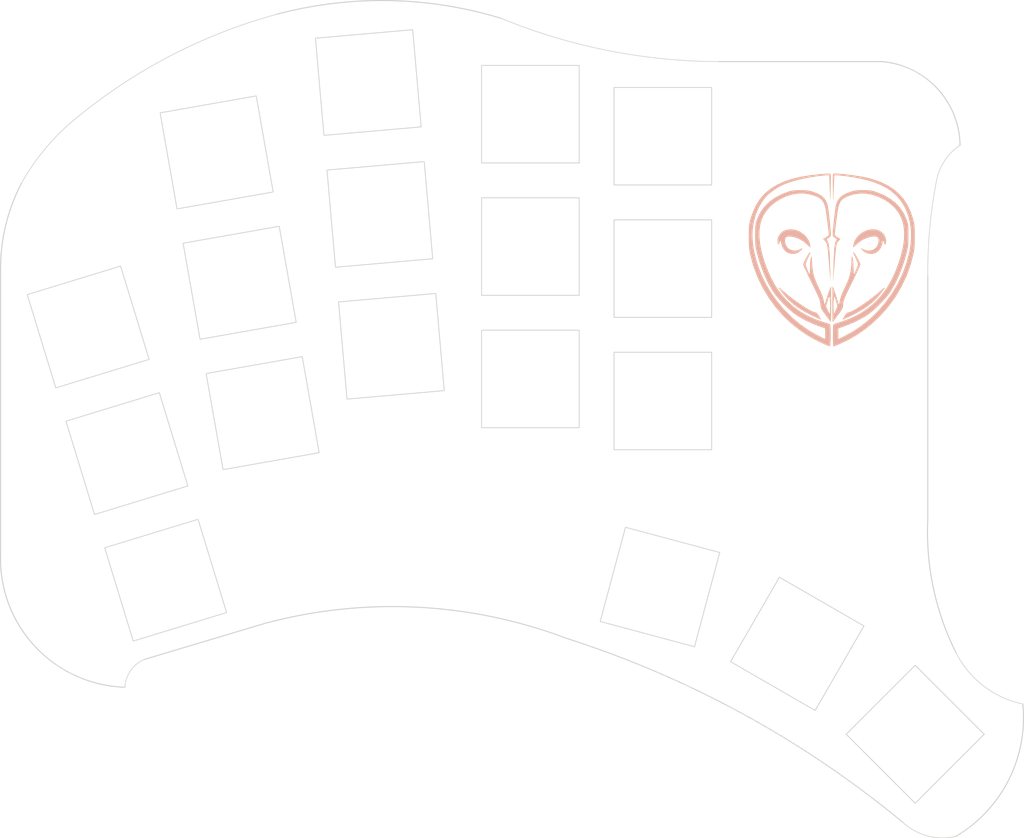
<source format=kicad_pcb>
(kicad_pcb (version 20211014) (generator pcbnew)
  (title_block (title "owl_generated") (rev "v1.0.0") (company "Unknown"))
  (layers (0 "F.Cu" signal) (31 "B.Cu" signal) (34 "B.Paste" user) (35 "F.Paste" user) (36 "B.SilkS" user "B.Silkscreen") (37 "F.SilkS" user "F.Silkscreen") (38 "B.Mask" user) (39 "F.Mask" user) (44 "Edge.Cuts" user))
  (net 0 "")
  (footprint "switch_cut" (layer "F.Cu") (at 133.768682 -93.888168 180)
    (fp_text reference "S24" hide)
    (fp_text value "" hide)
    (fp_rect (start -7 -7) (end 7 7) (layer "Edge.Cuts") (width 0.12) (fill none))
  )
  (footprint "switch_cut" (layer "F.Cu") (at 56.889875 -67.339581 -163)
    (fp_text reference "S24" hide)
    (fp_text value "" hide)
    (fp_rect (start -7 -7) (end 7 7) (layer "Edge.Cuts") (width 0.12) (fill none))
  )
  (footprint "SMDPad" (layer "F.Cu") (at 168.768682 -112.888168)
    (fp_text reference "MOUNTING_PAD2" hide)
    (fp_text value "" hide)
    (pad "" np_thru_hole circle locked (at 0 0) (size 3.2 3.2) (drill 3.2) (layers *.Cu *.Mask))
  )
  (footprint "switch_cut" (layer "F.Cu") (at 114.768682 -97.054834 180)
    (fp_text reference "S24" hide)
    (fp_text value "" hide)
    (fp_rect (start -7 -7) (end 7 7) (layer "Edge.Cuts") (width 0.12) (fill none))
  )
  (footprint "switch_cut" (layer "F.Cu") (at 93.172512 -101.668094 -175)
    (fp_text reference "S24" hide)
    (fp_text value "" hide)
    (fp_rect (start -7 -7) (end 7 7) (layer "Edge.Cuts") (width 0.12) (fill none))
  )
  (footprint "SMDPad" (layer "F.Cu") (at 168.768682 -48)
    (fp_text reference "MOUNTING_PAD1" hide)
    (fp_text value "" hide)
    (pad "" np_thru_hole circle locked (at 0 0) (size 3.2 3.2) (drill 3.2) (layers *.Cu *.Mask))
  )
  (footprint "switch_cut" (layer "F.Cu") (at 76.359108 -73.143828 -170)
    (fp_text reference "S24" hide)
    (fp_text value "" hide)
    (fp_rect (start -7 -7) (end 7 7) (layer "Edge.Cuts") (width 0.12) (fill none))
  )
  (footprint "switch_cut" (layer "F.Cu") (at 94.828471 -82.740394 -175)
    (fp_text reference "S24" hide)
    (fp_text value "" hide)
    (fp_rect (start -7 -7) (end 7 7) (layer "Edge.Cuts") (width 0.12) (fill none))
  )
  (footprint "SMDPad" (layer "F.Cu") (at 51 -41.8 -17)
    (fp_text reference "MOUNTING_PAD4" hide)
    (fp_text value "" hide)
    (pad "" np_thru_hole circle locked (at 0 0) (size 3.2 3.2) (drill 3.2) (layers *.Cu *.Mask))
  )
  (footprint "switch_cut" (layer "F.Cu") (at 62.444938 -49.16979 -163)
    (fp_text reference "S24" hide)
    (fp_text value "" hide)
    (fp_rect (start -7 -7) (end 7 7) (layer "Edge.Cuts") (width 0.12) (fill none))
  )
  (footprint "switch_cut" (layer "F.Cu") (at 73.059792 -91.855176 -170)
    (fp_text reference "S24" hide)
    (fp_text value "" hide)
    (fp_rect (start -7 -7) (end 7 7) (layer "Edge.Cuts") (width 0.12) (fill none))
  )
  (footprint "SMDPad" (layer "F.Cu") (at 51 -107.8 -17)
    (fp_text reference "MOUNTING_PAD3" hide)
    (fp_text value "" hide)
    (pad "" np_thru_hole circle locked (at 0 0) (size 3.2 3.2) (drill 3.2) (layers *.Cu *.Mask))
  )
  (footprint "LOGO" (layer "F.Cu") (at 158 -95)
    (fp_text reference "G***" hide)
    (fp_text value "LOGO" hide)
  )
  (footprint "switch_cut" (layer "F.Cu") (at 51.334813 -85.509371 -163)
    (fp_text reference "S24" hide)
    (fp_text value "" hide)
    (fp_rect (start -7 -7) (end 7 7) (layer "Edge.Cuts") (width 0.12) (fill none))
  )
  (footprint "switch_cut" (layer "F.Cu") (at 133.768682 -112.888168 180)
    (fp_text reference "S24" hide)
    (fp_text value "" hide)
    (fp_rect (start -7 -7) (end 7 7) (layer "Edge.Cuts") (width 0.12) (fill none))
  )
  (footprint "switch_cut" (layer "F.Cu") (at 69.760477 -110.566523 -170)
    (fp_text reference "S24" hide)
    (fp_text value "" hide)
    (fp_rect (start -7 -7) (end 7 7) (layer "Edge.Cuts") (width 0.12) (fill none))
  )
  (footprint "switch_cut" (layer "F.Cu") (at 133.768682 -74.888168 180)
    (fp_text reference "S24" hide)
    (fp_text value "" hide)
    (fp_rect (start -7 -7) (end 7 7) (layer "Edge.Cuts") (width 0.12) (fill none))
  )
  (footprint "switch_cut" (layer "F.Cu") (at 133.356349 -48.18812 165)
    (fp_text reference "S24" hide)
    (fp_text value "" hide)
    (fp_rect (start -7 -7) (end 7 7) (layer "Edge.Cuts") (width 0.12) (fill none))
  )
  (footprint "switch_cut" (layer "F.Cu") (at 169.963375 -27.053044 135)
    (fp_text reference "S24" hide)
    (fp_text value "" hide)
    (fp_rect (start -7 -7) (end 7 7) (layer "Edge.Cuts") (width 0.12) (fill none))
  )
  (footprint "switch_cut" (layer "F.Cu") (at 114.768682 -116.054834 180)
    (fp_text reference "S24" hide)
    (fp_text value "" hide)
    (fp_rect (start -7 -7) (end 7 7) (layer "Edge.Cuts") (width 0.12) (fill none))
  )
  (footprint "switch_cut" (layer "F.Cu") (at 91.516553 -120.595793 -175)
    (fp_text reference "S24" hide)
    (fp_text value "" hide)
    (fp_rect (start -7 -7) (end 7 7) (layer "Edge.Cuts") (width 0.12) (fill none))
  )
  (footprint "switch_cut" (layer "F.Cu") (at 114.768682 -78.054834 180)
    (fp_text reference "S24" hide)
    (fp_text value "" hide)
    (fp_rect (start -7 -7) (end 7 7) (layer "Edge.Cuts") (width 0.12) (fill none))
  )
  (footprint "switch_cut" (layer "F.Cu") (at 153.051105 -40.030285 150)
    (fp_text reference "S24" hide)
    (fp_text value "" hide)
    (fp_rect (start -7 -7) (end 7 7) (layer "Edge.Cuts") (width 0.12) (fill none))
  )
  (footprint "LOGO" (layer "B.Cu") (at 158 -95 180)
    (fp_text reference "G***" hide)
    (fp_text value "LOGO" hide)
  )
  (gr_arc (start 185.4 -31.4) (mid 179.752958 -34.001135) (end 175.8 -38.8) (layer "Edge.Cuts") (width 0.1))
  (gr_arc (start 171.768682 -92.8) (mid 172.049729 -99.630295) (end 173 -106.4) (layer "Edge.Cuts") (width 0.1))
  (gr_line (start 38.768682 -90.356114) (end 38.768682 -52.8) (layer "Edge.Cuts") (width 0.15))
  (gr_arc (start 76.8 -43) (mid 98.572502 -45.287309) (end 120 -40.8) (layer "Edge.Cuts") (width 0.15))
  (gr_line (start 38.768682 -93.8) (end 38.768682 -92.03172) (layer "Edge.Cuts") (width 0.15))
  (gr_arc (start 141.8 -123.6) (mid 125.899309 -125.186844) (end 110.6 -129.8) (layer "Edge.Cuts") (width 0.1))
  (gr_arc (start 41.8 -106.2) (mid 44.931351 -110.800064) (end 48.8 -114.8) (layer "Edge.Cuts") (width 0.1))
  (gr_arc (start 38.768682 -93.8) (mid 39.521849 -100.1864) (end 41.8 -106.2) (layer "Edge.Cuts") (width 0.15))
  (gr_arc (start 120 -40.8) (mid 145.364718 -29.909068) (end 168.2 -14.4) (layer "Edge.Cuts") (width 0.15))
  (gr_arc (start 175.8 -38.8) (mid 172.573527 -48.043096) (end 171.768682 -57.8) (layer "Edge.Cuts") (width 0.15))
  (gr_arc (start 56.6 -33.8) (mid 43.750353 -39.609512) (end 38.768682 -52.8) (layer "Edge.Cuts") (width 0.15))
  (gr_line (start 59.4 -37.8) (end 76.8 -43) (layer "Edge.Cuts") (width 0.15))
  (gr_arc (start 48.8 -114.8) (mid 62.743036 -124.226035) (end 78.4 -130.4) (layer "Edge.Cuts") (width 0.1))
  (gr_line (start 171.768682 -57.8) (end 171.768682 -92.8) (layer "Edge.Cuts") (width 0.15))
  (gr_arc (start 78.4 -130.4) (mid 94.537786 -132.356495) (end 110.6 -129.8) (layer "Edge.Cuts") (width 0.15))
  (gr_arc (start 175.8 -12.4) (mid 171.752461 -12.459353) (end 168.2 -14.4) (layer "Edge.Cuts") (width 0.1))
  (gr_line (start 38.768682 -90.356114) (end 38.768682 -92.03172) (layer "Edge.Cuts") (width 0.15))
  (gr_arc (start 185.4 -31.4) (mid 183.375531 -20.497626) (end 175.8 -12.4) (layer "Edge.Cuts") (width 0.15))
  (gr_arc (start 173 -106.4) (mid 174.170522 -109.346197) (end 176.4 -111.6) (layer "Edge.Cuts") (width 0.1))
  (gr_arc (start 165.2 -123.6) (mid 173.115141 -119.760798) (end 176.4 -111.6) (layer "Edge.Cuts") (width 0.15))
  (gr_arc (start 56.6 -33.8) (mid 57.428682 -36.199923) (end 59.4 -37.8) (layer "Edge.Cuts") (width 0.1))
  (gr_line (start 165.2 -123.6) (end 141.8 -123.6) (layer "Edge.Cuts") (width 0.15))
)
</source>
